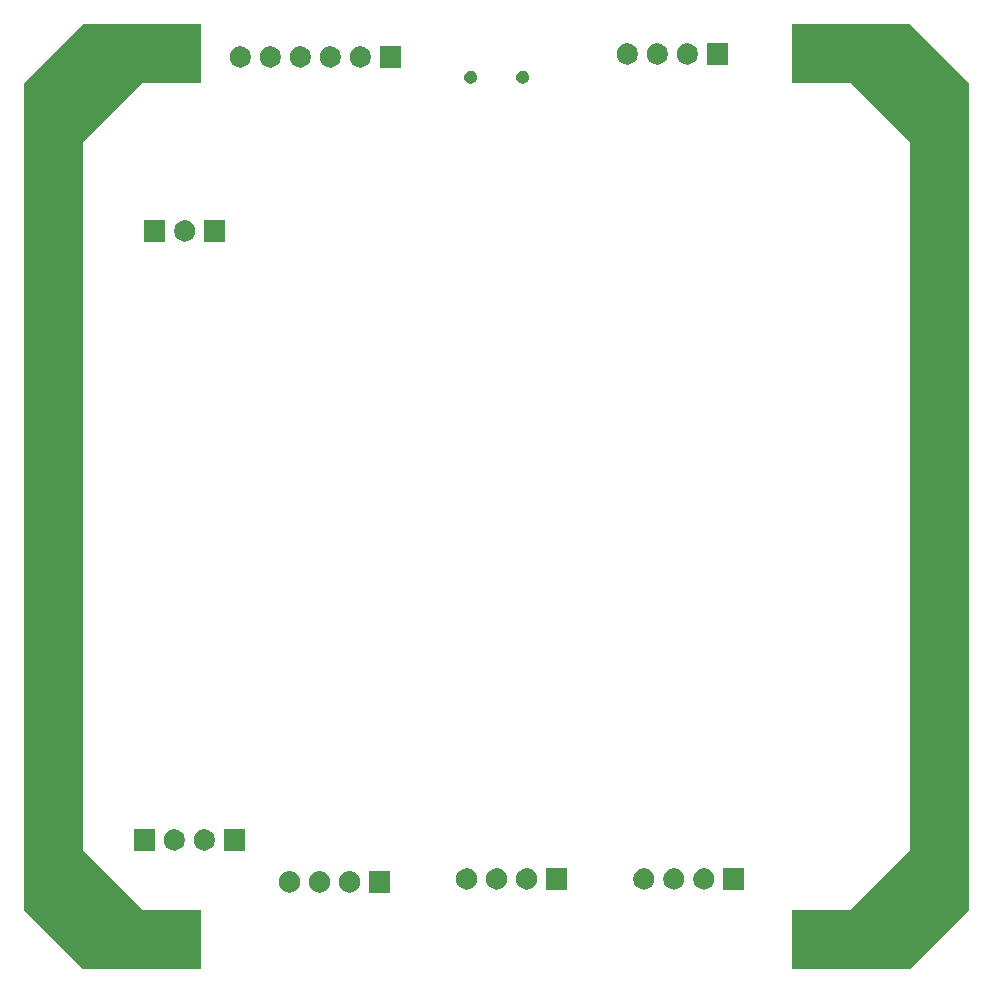
<source format=gbs>
G04 #@! TF.GenerationSoftware,KiCad,Pcbnew,(5.1.5)-2*
G04 #@! TF.CreationDate,2021-02-28T22:06:59+01:00*
G04 #@! TF.ProjectId,USB_TO_I2C,5553425f-544f-45f4-9932-432e6b696361,rev?*
G04 #@! TF.SameCoordinates,Original*
G04 #@! TF.FileFunction,Soldermask,Bot*
G04 #@! TF.FilePolarity,Negative*
%FSLAX46Y46*%
G04 Gerber Fmt 4.6, Leading zero omitted, Abs format (unit mm)*
G04 Created by KiCad (PCBNEW (5.1.5)-2) date 2021-02-28 22:06:59*
%MOMM*%
%LPD*%
G04 APERTURE LIST*
%ADD10C,0.100000*%
G04 APERTURE END LIST*
D10*
G36*
X200000000Y-65000000D02*
G01*
X200000000Y-135000000D01*
X195000000Y-140000000D01*
X185000000Y-140000000D01*
X185000000Y-135000000D01*
X189948223Y-135000000D01*
X189972609Y-134997598D01*
X189996058Y-134990485D01*
X190017669Y-134978934D01*
X190036611Y-134963389D01*
X194963389Y-130036611D01*
X194978934Y-130017669D01*
X194990485Y-129996058D01*
X194997598Y-129972609D01*
X195000000Y-129948223D01*
X195000000Y-70051777D01*
X194997598Y-70027391D01*
X194990485Y-70003942D01*
X194978934Y-69982331D01*
X194963389Y-69963389D01*
X190036611Y-65036611D01*
X190017669Y-65021066D01*
X189996058Y-65009515D01*
X189972609Y-65002402D01*
X189948223Y-65000000D01*
X185000000Y-65000000D01*
X185000000Y-60000000D01*
X195000000Y-60000000D01*
X200000000Y-65000000D01*
G37*
G36*
X135000000Y-65000000D02*
G01*
X130051777Y-65000000D01*
X130027391Y-65002402D01*
X130003942Y-65009515D01*
X129982331Y-65021066D01*
X129963389Y-65036611D01*
X125036611Y-69963389D01*
X125021066Y-69982331D01*
X125009515Y-70003942D01*
X125002402Y-70027391D01*
X125000000Y-70051777D01*
X125000000Y-129948223D01*
X125002402Y-129972609D01*
X125009515Y-129996058D01*
X125021066Y-130017669D01*
X125036611Y-130036611D01*
X129963389Y-134963389D01*
X129982331Y-134978934D01*
X130003942Y-134990485D01*
X130027391Y-134997598D01*
X130051777Y-135000000D01*
X135000000Y-135000000D01*
X135000000Y-140000000D01*
X125000000Y-140000000D01*
X120000000Y-135000000D01*
X120000000Y-65000000D01*
X125000000Y-60000000D01*
X135000000Y-60000000D01*
X135000000Y-65000000D01*
G37*
G36*
X145113512Y-131747927D02*
G01*
X145262812Y-131777624D01*
X145426784Y-131845544D01*
X145574354Y-131944147D01*
X145699853Y-132069646D01*
X145798456Y-132217216D01*
X145866376Y-132381188D01*
X145901000Y-132555259D01*
X145901000Y-132732741D01*
X145866376Y-132906812D01*
X145798456Y-133070784D01*
X145699853Y-133218354D01*
X145574354Y-133343853D01*
X145426784Y-133442456D01*
X145262812Y-133510376D01*
X145113512Y-133540073D01*
X145088742Y-133545000D01*
X144911258Y-133545000D01*
X144886488Y-133540073D01*
X144737188Y-133510376D01*
X144573216Y-133442456D01*
X144425646Y-133343853D01*
X144300147Y-133218354D01*
X144201544Y-133070784D01*
X144133624Y-132906812D01*
X144099000Y-132732741D01*
X144099000Y-132555259D01*
X144133624Y-132381188D01*
X144201544Y-132217216D01*
X144300147Y-132069646D01*
X144425646Y-131944147D01*
X144573216Y-131845544D01*
X144737188Y-131777624D01*
X144886488Y-131747927D01*
X144911258Y-131743000D01*
X145088742Y-131743000D01*
X145113512Y-131747927D01*
G37*
G36*
X150981000Y-133545000D02*
G01*
X149179000Y-133545000D01*
X149179000Y-131743000D01*
X150981000Y-131743000D01*
X150981000Y-133545000D01*
G37*
G36*
X147653512Y-131747927D02*
G01*
X147802812Y-131777624D01*
X147966784Y-131845544D01*
X148114354Y-131944147D01*
X148239853Y-132069646D01*
X148338456Y-132217216D01*
X148406376Y-132381188D01*
X148441000Y-132555259D01*
X148441000Y-132732741D01*
X148406376Y-132906812D01*
X148338456Y-133070784D01*
X148239853Y-133218354D01*
X148114354Y-133343853D01*
X147966784Y-133442456D01*
X147802812Y-133510376D01*
X147653512Y-133540073D01*
X147628742Y-133545000D01*
X147451258Y-133545000D01*
X147426488Y-133540073D01*
X147277188Y-133510376D01*
X147113216Y-133442456D01*
X146965646Y-133343853D01*
X146840147Y-133218354D01*
X146741544Y-133070784D01*
X146673624Y-132906812D01*
X146639000Y-132732741D01*
X146639000Y-132555259D01*
X146673624Y-132381188D01*
X146741544Y-132217216D01*
X146840147Y-132069646D01*
X146965646Y-131944147D01*
X147113216Y-131845544D01*
X147277188Y-131777624D01*
X147426488Y-131747927D01*
X147451258Y-131743000D01*
X147628742Y-131743000D01*
X147653512Y-131747927D01*
G37*
G36*
X142573512Y-131747927D02*
G01*
X142722812Y-131777624D01*
X142886784Y-131845544D01*
X143034354Y-131944147D01*
X143159853Y-132069646D01*
X143258456Y-132217216D01*
X143326376Y-132381188D01*
X143361000Y-132555259D01*
X143361000Y-132732741D01*
X143326376Y-132906812D01*
X143258456Y-133070784D01*
X143159853Y-133218354D01*
X143034354Y-133343853D01*
X142886784Y-133442456D01*
X142722812Y-133510376D01*
X142573512Y-133540073D01*
X142548742Y-133545000D01*
X142371258Y-133545000D01*
X142346488Y-133540073D01*
X142197188Y-133510376D01*
X142033216Y-133442456D01*
X141885646Y-133343853D01*
X141760147Y-133218354D01*
X141661544Y-133070784D01*
X141593624Y-132906812D01*
X141559000Y-132732741D01*
X141559000Y-132555259D01*
X141593624Y-132381188D01*
X141661544Y-132217216D01*
X141760147Y-132069646D01*
X141885646Y-131944147D01*
X142033216Y-131845544D01*
X142197188Y-131777624D01*
X142346488Y-131747927D01*
X142371258Y-131743000D01*
X142548742Y-131743000D01*
X142573512Y-131747927D01*
G37*
G36*
X162653512Y-131493927D02*
G01*
X162802812Y-131523624D01*
X162966784Y-131591544D01*
X163114354Y-131690147D01*
X163239853Y-131815646D01*
X163338456Y-131963216D01*
X163406376Y-132127188D01*
X163441000Y-132301259D01*
X163441000Y-132478741D01*
X163406376Y-132652812D01*
X163338456Y-132816784D01*
X163239853Y-132964354D01*
X163114354Y-133089853D01*
X162966784Y-133188456D01*
X162802812Y-133256376D01*
X162653512Y-133286073D01*
X162628742Y-133291000D01*
X162451258Y-133291000D01*
X162426488Y-133286073D01*
X162277188Y-133256376D01*
X162113216Y-133188456D01*
X161965646Y-133089853D01*
X161840147Y-132964354D01*
X161741544Y-132816784D01*
X161673624Y-132652812D01*
X161639000Y-132478741D01*
X161639000Y-132301259D01*
X161673624Y-132127188D01*
X161741544Y-131963216D01*
X161840147Y-131815646D01*
X161965646Y-131690147D01*
X162113216Y-131591544D01*
X162277188Y-131523624D01*
X162426488Y-131493927D01*
X162451258Y-131489000D01*
X162628742Y-131489000D01*
X162653512Y-131493927D01*
G37*
G36*
X180981000Y-133291000D02*
G01*
X179179000Y-133291000D01*
X179179000Y-131489000D01*
X180981000Y-131489000D01*
X180981000Y-133291000D01*
G37*
G36*
X177653512Y-131493927D02*
G01*
X177802812Y-131523624D01*
X177966784Y-131591544D01*
X178114354Y-131690147D01*
X178239853Y-131815646D01*
X178338456Y-131963216D01*
X178406376Y-132127188D01*
X178441000Y-132301259D01*
X178441000Y-132478741D01*
X178406376Y-132652812D01*
X178338456Y-132816784D01*
X178239853Y-132964354D01*
X178114354Y-133089853D01*
X177966784Y-133188456D01*
X177802812Y-133256376D01*
X177653512Y-133286073D01*
X177628742Y-133291000D01*
X177451258Y-133291000D01*
X177426488Y-133286073D01*
X177277188Y-133256376D01*
X177113216Y-133188456D01*
X176965646Y-133089853D01*
X176840147Y-132964354D01*
X176741544Y-132816784D01*
X176673624Y-132652812D01*
X176639000Y-132478741D01*
X176639000Y-132301259D01*
X176673624Y-132127188D01*
X176741544Y-131963216D01*
X176840147Y-131815646D01*
X176965646Y-131690147D01*
X177113216Y-131591544D01*
X177277188Y-131523624D01*
X177426488Y-131493927D01*
X177451258Y-131489000D01*
X177628742Y-131489000D01*
X177653512Y-131493927D01*
G37*
G36*
X175113512Y-131493927D02*
G01*
X175262812Y-131523624D01*
X175426784Y-131591544D01*
X175574354Y-131690147D01*
X175699853Y-131815646D01*
X175798456Y-131963216D01*
X175866376Y-132127188D01*
X175901000Y-132301259D01*
X175901000Y-132478741D01*
X175866376Y-132652812D01*
X175798456Y-132816784D01*
X175699853Y-132964354D01*
X175574354Y-133089853D01*
X175426784Y-133188456D01*
X175262812Y-133256376D01*
X175113512Y-133286073D01*
X175088742Y-133291000D01*
X174911258Y-133291000D01*
X174886488Y-133286073D01*
X174737188Y-133256376D01*
X174573216Y-133188456D01*
X174425646Y-133089853D01*
X174300147Y-132964354D01*
X174201544Y-132816784D01*
X174133624Y-132652812D01*
X174099000Y-132478741D01*
X174099000Y-132301259D01*
X174133624Y-132127188D01*
X174201544Y-131963216D01*
X174300147Y-131815646D01*
X174425646Y-131690147D01*
X174573216Y-131591544D01*
X174737188Y-131523624D01*
X174886488Y-131493927D01*
X174911258Y-131489000D01*
X175088742Y-131489000D01*
X175113512Y-131493927D01*
G37*
G36*
X172573512Y-131493927D02*
G01*
X172722812Y-131523624D01*
X172886784Y-131591544D01*
X173034354Y-131690147D01*
X173159853Y-131815646D01*
X173258456Y-131963216D01*
X173326376Y-132127188D01*
X173361000Y-132301259D01*
X173361000Y-132478741D01*
X173326376Y-132652812D01*
X173258456Y-132816784D01*
X173159853Y-132964354D01*
X173034354Y-133089853D01*
X172886784Y-133188456D01*
X172722812Y-133256376D01*
X172573512Y-133286073D01*
X172548742Y-133291000D01*
X172371258Y-133291000D01*
X172346488Y-133286073D01*
X172197188Y-133256376D01*
X172033216Y-133188456D01*
X171885646Y-133089853D01*
X171760147Y-132964354D01*
X171661544Y-132816784D01*
X171593624Y-132652812D01*
X171559000Y-132478741D01*
X171559000Y-132301259D01*
X171593624Y-132127188D01*
X171661544Y-131963216D01*
X171760147Y-131815646D01*
X171885646Y-131690147D01*
X172033216Y-131591544D01*
X172197188Y-131523624D01*
X172346488Y-131493927D01*
X172371258Y-131489000D01*
X172548742Y-131489000D01*
X172573512Y-131493927D01*
G37*
G36*
X165981000Y-133291000D02*
G01*
X164179000Y-133291000D01*
X164179000Y-131489000D01*
X165981000Y-131489000D01*
X165981000Y-133291000D01*
G37*
G36*
X160113512Y-131493927D02*
G01*
X160262812Y-131523624D01*
X160426784Y-131591544D01*
X160574354Y-131690147D01*
X160699853Y-131815646D01*
X160798456Y-131963216D01*
X160866376Y-132127188D01*
X160901000Y-132301259D01*
X160901000Y-132478741D01*
X160866376Y-132652812D01*
X160798456Y-132816784D01*
X160699853Y-132964354D01*
X160574354Y-133089853D01*
X160426784Y-133188456D01*
X160262812Y-133256376D01*
X160113512Y-133286073D01*
X160088742Y-133291000D01*
X159911258Y-133291000D01*
X159886488Y-133286073D01*
X159737188Y-133256376D01*
X159573216Y-133188456D01*
X159425646Y-133089853D01*
X159300147Y-132964354D01*
X159201544Y-132816784D01*
X159133624Y-132652812D01*
X159099000Y-132478741D01*
X159099000Y-132301259D01*
X159133624Y-132127188D01*
X159201544Y-131963216D01*
X159300147Y-131815646D01*
X159425646Y-131690147D01*
X159573216Y-131591544D01*
X159737188Y-131523624D01*
X159886488Y-131493927D01*
X159911258Y-131489000D01*
X160088742Y-131489000D01*
X160113512Y-131493927D01*
G37*
G36*
X157573512Y-131493927D02*
G01*
X157722812Y-131523624D01*
X157886784Y-131591544D01*
X158034354Y-131690147D01*
X158159853Y-131815646D01*
X158258456Y-131963216D01*
X158326376Y-132127188D01*
X158361000Y-132301259D01*
X158361000Y-132478741D01*
X158326376Y-132652812D01*
X158258456Y-132816784D01*
X158159853Y-132964354D01*
X158034354Y-133089853D01*
X157886784Y-133188456D01*
X157722812Y-133256376D01*
X157573512Y-133286073D01*
X157548742Y-133291000D01*
X157371258Y-133291000D01*
X157346488Y-133286073D01*
X157197188Y-133256376D01*
X157033216Y-133188456D01*
X156885646Y-133089853D01*
X156760147Y-132964354D01*
X156661544Y-132816784D01*
X156593624Y-132652812D01*
X156559000Y-132478741D01*
X156559000Y-132301259D01*
X156593624Y-132127188D01*
X156661544Y-131963216D01*
X156760147Y-131815646D01*
X156885646Y-131690147D01*
X157033216Y-131591544D01*
X157197188Y-131523624D01*
X157346488Y-131493927D01*
X157371258Y-131489000D01*
X157548742Y-131489000D01*
X157573512Y-131493927D01*
G37*
G36*
X132813512Y-128191927D02*
G01*
X132962812Y-128221624D01*
X133126784Y-128289544D01*
X133274354Y-128388147D01*
X133399853Y-128513646D01*
X133498456Y-128661216D01*
X133566376Y-128825188D01*
X133601000Y-128999259D01*
X133601000Y-129176741D01*
X133566376Y-129350812D01*
X133498456Y-129514784D01*
X133399853Y-129662354D01*
X133274354Y-129787853D01*
X133126784Y-129886456D01*
X132962812Y-129954376D01*
X132813512Y-129984073D01*
X132788742Y-129989000D01*
X132611258Y-129989000D01*
X132586488Y-129984073D01*
X132437188Y-129954376D01*
X132273216Y-129886456D01*
X132125646Y-129787853D01*
X132000147Y-129662354D01*
X131901544Y-129514784D01*
X131833624Y-129350812D01*
X131799000Y-129176741D01*
X131799000Y-128999259D01*
X131833624Y-128825188D01*
X131901544Y-128661216D01*
X132000147Y-128513646D01*
X132125646Y-128388147D01*
X132273216Y-128289544D01*
X132437188Y-128221624D01*
X132586488Y-128191927D01*
X132611258Y-128187000D01*
X132788742Y-128187000D01*
X132813512Y-128191927D01*
G37*
G36*
X131061000Y-129989000D02*
G01*
X129259000Y-129989000D01*
X129259000Y-128187000D01*
X131061000Y-128187000D01*
X131061000Y-129989000D01*
G37*
G36*
X138681000Y-129989000D02*
G01*
X136879000Y-129989000D01*
X136879000Y-128187000D01*
X138681000Y-128187000D01*
X138681000Y-129989000D01*
G37*
G36*
X135353512Y-128191927D02*
G01*
X135502812Y-128221624D01*
X135666784Y-128289544D01*
X135814354Y-128388147D01*
X135939853Y-128513646D01*
X136038456Y-128661216D01*
X136106376Y-128825188D01*
X136141000Y-128999259D01*
X136141000Y-129176741D01*
X136106376Y-129350812D01*
X136038456Y-129514784D01*
X135939853Y-129662354D01*
X135814354Y-129787853D01*
X135666784Y-129886456D01*
X135502812Y-129954376D01*
X135353512Y-129984073D01*
X135328742Y-129989000D01*
X135151258Y-129989000D01*
X135126488Y-129984073D01*
X134977188Y-129954376D01*
X134813216Y-129886456D01*
X134665646Y-129787853D01*
X134540147Y-129662354D01*
X134441544Y-129514784D01*
X134373624Y-129350812D01*
X134339000Y-129176741D01*
X134339000Y-128999259D01*
X134373624Y-128825188D01*
X134441544Y-128661216D01*
X134540147Y-128513646D01*
X134665646Y-128388147D01*
X134813216Y-128289544D01*
X134977188Y-128221624D01*
X135126488Y-128191927D01*
X135151258Y-128187000D01*
X135328742Y-128187000D01*
X135353512Y-128191927D01*
G37*
G36*
X133702512Y-76629927D02*
G01*
X133851812Y-76659624D01*
X134015784Y-76727544D01*
X134163354Y-76826147D01*
X134288853Y-76951646D01*
X134387456Y-77099216D01*
X134455376Y-77263188D01*
X134490000Y-77437259D01*
X134490000Y-77614741D01*
X134455376Y-77788812D01*
X134387456Y-77952784D01*
X134288853Y-78100354D01*
X134163354Y-78225853D01*
X134015784Y-78324456D01*
X133851812Y-78392376D01*
X133702512Y-78422073D01*
X133677742Y-78427000D01*
X133500258Y-78427000D01*
X133475488Y-78422073D01*
X133326188Y-78392376D01*
X133162216Y-78324456D01*
X133014646Y-78225853D01*
X132889147Y-78100354D01*
X132790544Y-77952784D01*
X132722624Y-77788812D01*
X132688000Y-77614741D01*
X132688000Y-77437259D01*
X132722624Y-77263188D01*
X132790544Y-77099216D01*
X132889147Y-76951646D01*
X133014646Y-76826147D01*
X133162216Y-76727544D01*
X133326188Y-76659624D01*
X133475488Y-76629927D01*
X133500258Y-76625000D01*
X133677742Y-76625000D01*
X133702512Y-76629927D01*
G37*
G36*
X137030000Y-78427000D02*
G01*
X135228000Y-78427000D01*
X135228000Y-76625000D01*
X137030000Y-76625000D01*
X137030000Y-78427000D01*
G37*
G36*
X131950000Y-78427000D02*
G01*
X130148000Y-78427000D01*
X130148000Y-76625000D01*
X131950000Y-76625000D01*
X131950000Y-78427000D01*
G37*
G36*
X157960721Y-63970174D02*
G01*
X158060995Y-64011709D01*
X158060996Y-64011710D01*
X158151242Y-64072010D01*
X158227990Y-64148758D01*
X158227991Y-64148760D01*
X158288291Y-64239005D01*
X158329826Y-64339279D01*
X158351000Y-64445730D01*
X158351000Y-64554270D01*
X158329826Y-64660721D01*
X158288291Y-64760995D01*
X158288290Y-64760996D01*
X158227990Y-64851242D01*
X158151242Y-64927990D01*
X158105812Y-64958345D01*
X158060995Y-64988291D01*
X157960721Y-65029826D01*
X157854270Y-65051000D01*
X157745730Y-65051000D01*
X157639279Y-65029826D01*
X157539005Y-64988291D01*
X157494188Y-64958345D01*
X157448758Y-64927990D01*
X157372010Y-64851242D01*
X157311710Y-64760996D01*
X157311709Y-64760995D01*
X157270174Y-64660721D01*
X157249000Y-64554270D01*
X157249000Y-64445730D01*
X157270174Y-64339279D01*
X157311709Y-64239005D01*
X157372009Y-64148760D01*
X157372010Y-64148758D01*
X157448758Y-64072010D01*
X157539004Y-64011710D01*
X157539005Y-64011709D01*
X157639279Y-63970174D01*
X157745730Y-63949000D01*
X157854270Y-63949000D01*
X157960721Y-63970174D01*
G37*
G36*
X162360721Y-63970174D02*
G01*
X162460995Y-64011709D01*
X162460996Y-64011710D01*
X162551242Y-64072010D01*
X162627990Y-64148758D01*
X162627991Y-64148760D01*
X162688291Y-64239005D01*
X162729826Y-64339279D01*
X162751000Y-64445730D01*
X162751000Y-64554270D01*
X162729826Y-64660721D01*
X162688291Y-64760995D01*
X162688290Y-64760996D01*
X162627990Y-64851242D01*
X162551242Y-64927990D01*
X162505812Y-64958345D01*
X162460995Y-64988291D01*
X162360721Y-65029826D01*
X162254270Y-65051000D01*
X162145730Y-65051000D01*
X162039279Y-65029826D01*
X161939005Y-64988291D01*
X161894188Y-64958345D01*
X161848758Y-64927990D01*
X161772010Y-64851242D01*
X161711710Y-64760996D01*
X161711709Y-64760995D01*
X161670174Y-64660721D01*
X161649000Y-64554270D01*
X161649000Y-64445730D01*
X161670174Y-64339279D01*
X161711709Y-64239005D01*
X161772009Y-64148760D01*
X161772010Y-64148758D01*
X161848758Y-64072010D01*
X161939004Y-64011710D01*
X161939005Y-64011709D01*
X162039279Y-63970174D01*
X162145730Y-63949000D01*
X162254270Y-63949000D01*
X162360721Y-63970174D01*
G37*
G36*
X140941512Y-61897927D02*
G01*
X141090812Y-61927624D01*
X141254784Y-61995544D01*
X141402354Y-62094147D01*
X141527853Y-62219646D01*
X141626456Y-62367216D01*
X141694376Y-62531188D01*
X141729000Y-62705259D01*
X141729000Y-62882741D01*
X141694376Y-63056812D01*
X141626456Y-63220784D01*
X141527853Y-63368354D01*
X141402354Y-63493853D01*
X141254784Y-63592456D01*
X141090812Y-63660376D01*
X140941512Y-63690073D01*
X140916742Y-63695000D01*
X140739258Y-63695000D01*
X140714488Y-63690073D01*
X140565188Y-63660376D01*
X140401216Y-63592456D01*
X140253646Y-63493853D01*
X140128147Y-63368354D01*
X140029544Y-63220784D01*
X139961624Y-63056812D01*
X139927000Y-62882741D01*
X139927000Y-62705259D01*
X139961624Y-62531188D01*
X140029544Y-62367216D01*
X140128147Y-62219646D01*
X140253646Y-62094147D01*
X140401216Y-61995544D01*
X140565188Y-61927624D01*
X140714488Y-61897927D01*
X140739258Y-61893000D01*
X140916742Y-61893000D01*
X140941512Y-61897927D01*
G37*
G36*
X151889000Y-63695000D02*
G01*
X150087000Y-63695000D01*
X150087000Y-61893000D01*
X151889000Y-61893000D01*
X151889000Y-63695000D01*
G37*
G36*
X148561512Y-61897927D02*
G01*
X148710812Y-61927624D01*
X148874784Y-61995544D01*
X149022354Y-62094147D01*
X149147853Y-62219646D01*
X149246456Y-62367216D01*
X149314376Y-62531188D01*
X149349000Y-62705259D01*
X149349000Y-62882741D01*
X149314376Y-63056812D01*
X149246456Y-63220784D01*
X149147853Y-63368354D01*
X149022354Y-63493853D01*
X148874784Y-63592456D01*
X148710812Y-63660376D01*
X148561512Y-63690073D01*
X148536742Y-63695000D01*
X148359258Y-63695000D01*
X148334488Y-63690073D01*
X148185188Y-63660376D01*
X148021216Y-63592456D01*
X147873646Y-63493853D01*
X147748147Y-63368354D01*
X147649544Y-63220784D01*
X147581624Y-63056812D01*
X147547000Y-62882741D01*
X147547000Y-62705259D01*
X147581624Y-62531188D01*
X147649544Y-62367216D01*
X147748147Y-62219646D01*
X147873646Y-62094147D01*
X148021216Y-61995544D01*
X148185188Y-61927624D01*
X148334488Y-61897927D01*
X148359258Y-61893000D01*
X148536742Y-61893000D01*
X148561512Y-61897927D01*
G37*
G36*
X146021512Y-61897927D02*
G01*
X146170812Y-61927624D01*
X146334784Y-61995544D01*
X146482354Y-62094147D01*
X146607853Y-62219646D01*
X146706456Y-62367216D01*
X146774376Y-62531188D01*
X146809000Y-62705259D01*
X146809000Y-62882741D01*
X146774376Y-63056812D01*
X146706456Y-63220784D01*
X146607853Y-63368354D01*
X146482354Y-63493853D01*
X146334784Y-63592456D01*
X146170812Y-63660376D01*
X146021512Y-63690073D01*
X145996742Y-63695000D01*
X145819258Y-63695000D01*
X145794488Y-63690073D01*
X145645188Y-63660376D01*
X145481216Y-63592456D01*
X145333646Y-63493853D01*
X145208147Y-63368354D01*
X145109544Y-63220784D01*
X145041624Y-63056812D01*
X145007000Y-62882741D01*
X145007000Y-62705259D01*
X145041624Y-62531188D01*
X145109544Y-62367216D01*
X145208147Y-62219646D01*
X145333646Y-62094147D01*
X145481216Y-61995544D01*
X145645188Y-61927624D01*
X145794488Y-61897927D01*
X145819258Y-61893000D01*
X145996742Y-61893000D01*
X146021512Y-61897927D01*
G37*
G36*
X138401512Y-61897927D02*
G01*
X138550812Y-61927624D01*
X138714784Y-61995544D01*
X138862354Y-62094147D01*
X138987853Y-62219646D01*
X139086456Y-62367216D01*
X139154376Y-62531188D01*
X139189000Y-62705259D01*
X139189000Y-62882741D01*
X139154376Y-63056812D01*
X139086456Y-63220784D01*
X138987853Y-63368354D01*
X138862354Y-63493853D01*
X138714784Y-63592456D01*
X138550812Y-63660376D01*
X138401512Y-63690073D01*
X138376742Y-63695000D01*
X138199258Y-63695000D01*
X138174488Y-63690073D01*
X138025188Y-63660376D01*
X137861216Y-63592456D01*
X137713646Y-63493853D01*
X137588147Y-63368354D01*
X137489544Y-63220784D01*
X137421624Y-63056812D01*
X137387000Y-62882741D01*
X137387000Y-62705259D01*
X137421624Y-62531188D01*
X137489544Y-62367216D01*
X137588147Y-62219646D01*
X137713646Y-62094147D01*
X137861216Y-61995544D01*
X138025188Y-61927624D01*
X138174488Y-61897927D01*
X138199258Y-61893000D01*
X138376742Y-61893000D01*
X138401512Y-61897927D01*
G37*
G36*
X143481512Y-61897927D02*
G01*
X143630812Y-61927624D01*
X143794784Y-61995544D01*
X143942354Y-62094147D01*
X144067853Y-62219646D01*
X144166456Y-62367216D01*
X144234376Y-62531188D01*
X144269000Y-62705259D01*
X144269000Y-62882741D01*
X144234376Y-63056812D01*
X144166456Y-63220784D01*
X144067853Y-63368354D01*
X143942354Y-63493853D01*
X143794784Y-63592456D01*
X143630812Y-63660376D01*
X143481512Y-63690073D01*
X143456742Y-63695000D01*
X143279258Y-63695000D01*
X143254488Y-63690073D01*
X143105188Y-63660376D01*
X142941216Y-63592456D01*
X142793646Y-63493853D01*
X142668147Y-63368354D01*
X142569544Y-63220784D01*
X142501624Y-63056812D01*
X142467000Y-62882741D01*
X142467000Y-62705259D01*
X142501624Y-62531188D01*
X142569544Y-62367216D01*
X142668147Y-62219646D01*
X142793646Y-62094147D01*
X142941216Y-61995544D01*
X143105188Y-61927624D01*
X143254488Y-61897927D01*
X143279258Y-61893000D01*
X143456742Y-61893000D01*
X143481512Y-61897927D01*
G37*
G36*
X179575000Y-63441000D02*
G01*
X177773000Y-63441000D01*
X177773000Y-61639000D01*
X179575000Y-61639000D01*
X179575000Y-63441000D01*
G37*
G36*
X176247512Y-61643927D02*
G01*
X176396812Y-61673624D01*
X176560784Y-61741544D01*
X176708354Y-61840147D01*
X176833853Y-61965646D01*
X176932456Y-62113216D01*
X177000376Y-62277188D01*
X177035000Y-62451259D01*
X177035000Y-62628741D01*
X177000376Y-62802812D01*
X176932456Y-62966784D01*
X176833853Y-63114354D01*
X176708354Y-63239853D01*
X176560784Y-63338456D01*
X176396812Y-63406376D01*
X176247512Y-63436073D01*
X176222742Y-63441000D01*
X176045258Y-63441000D01*
X176020488Y-63436073D01*
X175871188Y-63406376D01*
X175707216Y-63338456D01*
X175559646Y-63239853D01*
X175434147Y-63114354D01*
X175335544Y-62966784D01*
X175267624Y-62802812D01*
X175233000Y-62628741D01*
X175233000Y-62451259D01*
X175267624Y-62277188D01*
X175335544Y-62113216D01*
X175434147Y-61965646D01*
X175559646Y-61840147D01*
X175707216Y-61741544D01*
X175871188Y-61673624D01*
X176020488Y-61643927D01*
X176045258Y-61639000D01*
X176222742Y-61639000D01*
X176247512Y-61643927D01*
G37*
G36*
X173707512Y-61643927D02*
G01*
X173856812Y-61673624D01*
X174020784Y-61741544D01*
X174168354Y-61840147D01*
X174293853Y-61965646D01*
X174392456Y-62113216D01*
X174460376Y-62277188D01*
X174495000Y-62451259D01*
X174495000Y-62628741D01*
X174460376Y-62802812D01*
X174392456Y-62966784D01*
X174293853Y-63114354D01*
X174168354Y-63239853D01*
X174020784Y-63338456D01*
X173856812Y-63406376D01*
X173707512Y-63436073D01*
X173682742Y-63441000D01*
X173505258Y-63441000D01*
X173480488Y-63436073D01*
X173331188Y-63406376D01*
X173167216Y-63338456D01*
X173019646Y-63239853D01*
X172894147Y-63114354D01*
X172795544Y-62966784D01*
X172727624Y-62802812D01*
X172693000Y-62628741D01*
X172693000Y-62451259D01*
X172727624Y-62277188D01*
X172795544Y-62113216D01*
X172894147Y-61965646D01*
X173019646Y-61840147D01*
X173167216Y-61741544D01*
X173331188Y-61673624D01*
X173480488Y-61643927D01*
X173505258Y-61639000D01*
X173682742Y-61639000D01*
X173707512Y-61643927D01*
G37*
G36*
X171167512Y-61643927D02*
G01*
X171316812Y-61673624D01*
X171480784Y-61741544D01*
X171628354Y-61840147D01*
X171753853Y-61965646D01*
X171852456Y-62113216D01*
X171920376Y-62277188D01*
X171955000Y-62451259D01*
X171955000Y-62628741D01*
X171920376Y-62802812D01*
X171852456Y-62966784D01*
X171753853Y-63114354D01*
X171628354Y-63239853D01*
X171480784Y-63338456D01*
X171316812Y-63406376D01*
X171167512Y-63436073D01*
X171142742Y-63441000D01*
X170965258Y-63441000D01*
X170940488Y-63436073D01*
X170791188Y-63406376D01*
X170627216Y-63338456D01*
X170479646Y-63239853D01*
X170354147Y-63114354D01*
X170255544Y-62966784D01*
X170187624Y-62802812D01*
X170153000Y-62628741D01*
X170153000Y-62451259D01*
X170187624Y-62277188D01*
X170255544Y-62113216D01*
X170354147Y-61965646D01*
X170479646Y-61840147D01*
X170627216Y-61741544D01*
X170791188Y-61673624D01*
X170940488Y-61643927D01*
X170965258Y-61639000D01*
X171142742Y-61639000D01*
X171167512Y-61643927D01*
G37*
M02*

</source>
